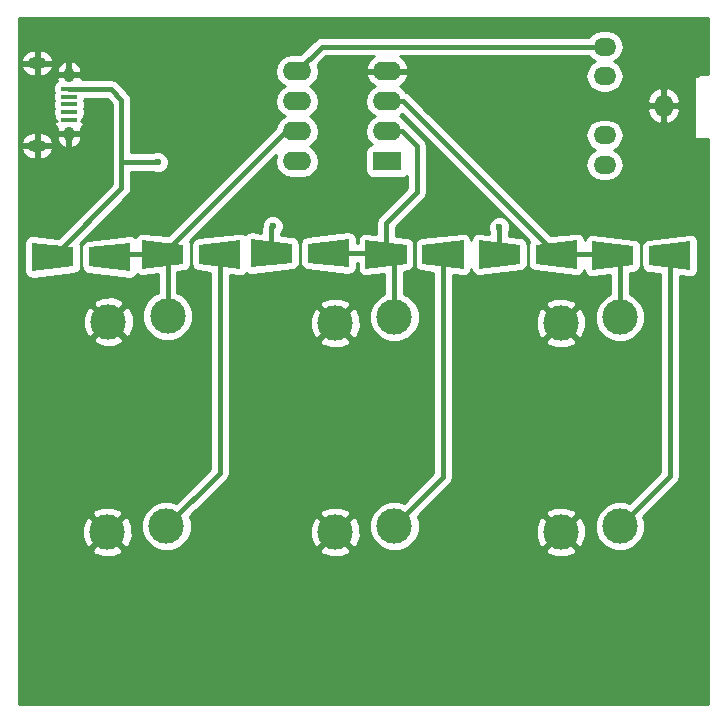
<source format=gtl>
G04 #@! TF.FileFunction,Copper,L1,Top,Signal*
%FSLAX46Y46*%
G04 Gerber Fmt 4.6, Leading zero omitted, Abs format (unit mm)*
G04 Created by KiCad (PCBNEW 4.0.6) date Sunday, July 23, 2017 'AMt' 01:12:39 AM*
%MOMM*%
%LPD*%
G01*
G04 APERTURE LIST*
%ADD10C,0.100000*%
%ADD11O,1.524000X1.900000*%
%ADD12O,1.900000X1.524000*%
%ADD13R,2.400000X1.600000*%
%ADD14O,2.400000X1.600000*%
%ADD15R,1.350000X0.400000*%
%ADD16O,0.950000X1.250000*%
%ADD17O,1.550000X1.000000*%
%ADD18C,3.000000*%
%ADD19C,0.600000*%
%ADD20C,0.400000*%
%ADD21C,0.254000*%
G04 APERTURE END LIST*
D10*
D11*
X165172000Y-79627000D03*
D12*
X160172000Y-82127000D03*
X160172000Y-77127000D03*
X160172000Y-84627000D03*
X160172000Y-74627000D03*
D13*
X141772000Y-84327000D03*
D14*
X134152000Y-76707000D03*
X141772000Y-81787000D03*
X134152000Y-79247000D03*
X141772000Y-79247000D03*
X134152000Y-81787000D03*
X141772000Y-76707000D03*
X134152000Y-84327000D03*
D15*
X114822000Y-78227000D03*
X114822000Y-78877000D03*
X114822000Y-79527000D03*
X114822000Y-80177000D03*
X114822000Y-80827000D03*
D16*
X114822000Y-77027000D03*
X114822000Y-82027000D03*
D17*
X112122000Y-76027000D03*
X112122000Y-83027000D03*
D18*
X118172000Y-97927000D03*
X123172000Y-97427000D03*
X118072000Y-115727000D03*
X123072000Y-115227000D03*
X137372000Y-98027000D03*
X142372000Y-97527000D03*
X137372000Y-115727000D03*
X142372000Y-115227000D03*
X156472000Y-98027000D03*
X161472000Y-97527000D03*
X156472000Y-115727000D03*
X161472000Y-115227000D03*
D10*
G36*
X111708940Y-93625880D02*
X111708940Y-91228120D01*
X115209060Y-91626900D01*
X115209060Y-93227100D01*
X111708940Y-93625880D01*
X111708940Y-93625880D01*
G37*
G36*
X120035060Y-91228120D02*
X120035060Y-93625880D01*
X116534940Y-93227100D01*
X116534940Y-91626900D01*
X120035060Y-91228120D01*
X120035060Y-91228120D01*
G37*
G36*
X129335060Y-91028120D02*
X129335060Y-93425880D01*
X125834940Y-93027100D01*
X125834940Y-91426900D01*
X129335060Y-91028120D01*
X129335060Y-91028120D01*
G37*
G36*
X121008940Y-93425880D02*
X121008940Y-91028120D01*
X124509060Y-91426900D01*
X124509060Y-93027100D01*
X121008940Y-93425880D01*
X121008940Y-93425880D01*
G37*
G36*
X130208940Y-93325880D02*
X130208940Y-90928120D01*
X133709060Y-91326900D01*
X133709060Y-92927100D01*
X130208940Y-93325880D01*
X130208940Y-93325880D01*
G37*
G36*
X138535060Y-90928120D02*
X138535060Y-93325880D01*
X135034940Y-92927100D01*
X135034940Y-91326900D01*
X138535060Y-90928120D01*
X138535060Y-90928120D01*
G37*
G36*
X139908940Y-93425880D02*
X139908940Y-91028120D01*
X143409060Y-91426900D01*
X143409060Y-93027100D01*
X139908940Y-93425880D01*
X139908940Y-93425880D01*
G37*
G36*
X148235060Y-91028120D02*
X148235060Y-93425880D01*
X144734940Y-93027100D01*
X144734940Y-91426900D01*
X148235060Y-91028120D01*
X148235060Y-91028120D01*
G37*
G36*
X149508940Y-93425880D02*
X149508940Y-91028120D01*
X153009060Y-91426900D01*
X153009060Y-93027100D01*
X149508940Y-93425880D01*
X149508940Y-93425880D01*
G37*
G36*
X157835060Y-91028120D02*
X157835060Y-93425880D01*
X154334940Y-93027100D01*
X154334940Y-91426900D01*
X157835060Y-91028120D01*
X157835060Y-91028120D01*
G37*
G36*
X159108940Y-93525880D02*
X159108940Y-91128120D01*
X162609060Y-91526900D01*
X162609060Y-93127100D01*
X159108940Y-93525880D01*
X159108940Y-93525880D01*
G37*
G36*
X167435060Y-91128120D02*
X167435060Y-93525880D01*
X163934940Y-93127100D01*
X163934940Y-91526900D01*
X167435060Y-91128120D01*
X167435060Y-91128120D01*
G37*
D19*
X132072000Y-89827000D03*
X151272000Y-89927000D03*
X122372000Y-84427000D03*
D20*
X131959000Y-89940000D02*
X131959000Y-92127000D01*
X132072000Y-89827000D02*
X131959000Y-89940000D01*
X151259000Y-89940000D02*
X151259000Y-92227000D01*
X151272000Y-89927000D02*
X151259000Y-89940000D01*
X122372000Y-84427000D02*
X119272000Y-84427000D01*
X114822000Y-78227000D02*
X118372000Y-78227000D01*
X118372000Y-78227000D02*
X119272000Y-79127000D01*
X119272000Y-79127000D02*
X119272000Y-84427000D01*
X119272000Y-86614000D02*
X113459000Y-92427000D01*
X119272000Y-84427000D02*
X119272000Y-86614000D01*
X134152000Y-81787000D02*
X133199000Y-81787000D01*
X133199000Y-81787000D02*
X122759000Y-92227000D01*
X123172000Y-97427000D02*
X123172000Y-92640000D01*
X123172000Y-92640000D02*
X122759000Y-92227000D01*
X122759000Y-92227000D02*
X118485000Y-92227000D01*
X118485000Y-92227000D02*
X118285000Y-92427000D01*
X127585000Y-92227000D02*
X127585000Y-110714000D01*
X127585000Y-110714000D02*
X123072000Y-115227000D01*
X141659000Y-92227000D02*
X141659000Y-89540000D01*
X143032000Y-81787000D02*
X141772000Y-81787000D01*
X144272000Y-83027000D02*
X143032000Y-81787000D01*
X144272000Y-86927000D02*
X144272000Y-83027000D01*
X141659000Y-89540000D02*
X144272000Y-86927000D01*
X136785000Y-92127000D02*
X141559000Y-92127000D01*
X141559000Y-92127000D02*
X142372000Y-92940000D01*
X142372000Y-92940000D02*
X142372000Y-97527000D01*
X146485000Y-92227000D02*
X146485000Y-111114000D01*
X146485000Y-111114000D02*
X142372000Y-115227000D01*
X161472000Y-97527000D02*
X161472000Y-92940000D01*
X161472000Y-92940000D02*
X160759000Y-92227000D01*
X160759000Y-92227000D02*
X156085000Y-92227000D01*
X156085000Y-92227000D02*
X143105000Y-79247000D01*
X143105000Y-79247000D02*
X141772000Y-79247000D01*
X165685000Y-92327000D02*
X165685000Y-111014000D01*
X165685000Y-111014000D02*
X161472000Y-115227000D01*
X160172000Y-74627000D02*
X136232000Y-74627000D01*
X136232000Y-74627000D02*
X134152000Y-76707000D01*
D21*
G36*
X168962000Y-76917000D02*
X168472000Y-76917000D01*
X168200295Y-76971046D01*
X168007301Y-77100000D01*
X167872000Y-77100000D01*
X167822590Y-77110006D01*
X167780965Y-77138447D01*
X167753685Y-77180841D01*
X167745000Y-77227000D01*
X167745000Y-82327000D01*
X167755006Y-82376410D01*
X167783447Y-82418035D01*
X167825841Y-82445315D01*
X167872000Y-82454000D01*
X168962000Y-82454000D01*
X168962000Y-130317000D01*
X110582000Y-130317000D01*
X110582000Y-117240970D01*
X116737635Y-117240970D01*
X116897418Y-117559739D01*
X117688187Y-117869723D01*
X118537387Y-117853497D01*
X119246582Y-117559739D01*
X119406365Y-117240970D01*
X118072000Y-115906605D01*
X116737635Y-117240970D01*
X110582000Y-117240970D01*
X110582000Y-115343187D01*
X115929277Y-115343187D01*
X115945503Y-116192387D01*
X116239261Y-116901582D01*
X116558030Y-117061365D01*
X117892395Y-115727000D01*
X118251605Y-115727000D01*
X119585970Y-117061365D01*
X119904739Y-116901582D01*
X120214723Y-116110813D01*
X120205915Y-115649815D01*
X120936630Y-115649815D01*
X121260980Y-116434800D01*
X121861041Y-117035909D01*
X122645459Y-117361628D01*
X123494815Y-117362370D01*
X123788624Y-117240970D01*
X136037635Y-117240970D01*
X136197418Y-117559739D01*
X136988187Y-117869723D01*
X137837387Y-117853497D01*
X138546582Y-117559739D01*
X138706365Y-117240970D01*
X137372000Y-115906605D01*
X136037635Y-117240970D01*
X123788624Y-117240970D01*
X124279800Y-117038020D01*
X124880909Y-116437959D01*
X125206628Y-115653541D01*
X125206899Y-115343187D01*
X135229277Y-115343187D01*
X135245503Y-116192387D01*
X135539261Y-116901582D01*
X135858030Y-117061365D01*
X137192395Y-115727000D01*
X137551605Y-115727000D01*
X138885970Y-117061365D01*
X139204739Y-116901582D01*
X139514723Y-116110813D01*
X139505915Y-115649815D01*
X140236630Y-115649815D01*
X140560980Y-116434800D01*
X141161041Y-117035909D01*
X141945459Y-117361628D01*
X142794815Y-117362370D01*
X143088624Y-117240970D01*
X155137635Y-117240970D01*
X155297418Y-117559739D01*
X156088187Y-117869723D01*
X156937387Y-117853497D01*
X157646582Y-117559739D01*
X157806365Y-117240970D01*
X156472000Y-115906605D01*
X155137635Y-117240970D01*
X143088624Y-117240970D01*
X143579800Y-117038020D01*
X144180909Y-116437959D01*
X144506628Y-115653541D01*
X144506899Y-115343187D01*
X154329277Y-115343187D01*
X154345503Y-116192387D01*
X154639261Y-116901582D01*
X154958030Y-117061365D01*
X156292395Y-115727000D01*
X156651605Y-115727000D01*
X157985970Y-117061365D01*
X158304739Y-116901582D01*
X158614723Y-116110813D01*
X158605915Y-115649815D01*
X159336630Y-115649815D01*
X159660980Y-116434800D01*
X160261041Y-117035909D01*
X161045459Y-117361628D01*
X161894815Y-117362370D01*
X162679800Y-117038020D01*
X163280909Y-116437959D01*
X163606628Y-115653541D01*
X163607370Y-114804185D01*
X163451914Y-114427954D01*
X166275434Y-111604434D01*
X166456440Y-111333540D01*
X166520000Y-111014000D01*
X166520000Y-94073253D01*
X167361769Y-94169158D01*
X167670377Y-94129042D01*
X167886501Y-93989970D01*
X168031491Y-93777770D01*
X168082500Y-93525880D01*
X168082500Y-91128120D01*
X168007707Y-90826037D01*
X167845063Y-90627045D01*
X167617815Y-90507009D01*
X167361769Y-90484842D01*
X163861649Y-90883622D01*
X163699623Y-90923738D01*
X163483499Y-91062810D01*
X163338509Y-91275010D01*
X163287500Y-91526900D01*
X163287500Y-93127100D01*
X163309017Y-93292626D01*
X163422730Y-93523104D01*
X163617152Y-93691183D01*
X163861649Y-93770378D01*
X164850000Y-93882984D01*
X164850000Y-110668132D01*
X162271072Y-113247060D01*
X161898541Y-113092372D01*
X161049185Y-113091630D01*
X160264200Y-113415980D01*
X159663091Y-114016041D01*
X159337372Y-114800459D01*
X159336630Y-115649815D01*
X158605915Y-115649815D01*
X158598497Y-115261613D01*
X158304739Y-114552418D01*
X157985970Y-114392635D01*
X156651605Y-115727000D01*
X156292395Y-115727000D01*
X154958030Y-114392635D01*
X154639261Y-114552418D01*
X154329277Y-115343187D01*
X144506899Y-115343187D01*
X144507370Y-114804185D01*
X144351914Y-114427954D01*
X144566838Y-114213030D01*
X155137635Y-114213030D01*
X156472000Y-115547395D01*
X157806365Y-114213030D01*
X157646582Y-113894261D01*
X156855813Y-113584277D01*
X156006613Y-113600503D01*
X155297418Y-113894261D01*
X155137635Y-114213030D01*
X144566838Y-114213030D01*
X147075434Y-111704434D01*
X147142252Y-111604434D01*
X147256439Y-111433541D01*
X147320000Y-111114000D01*
X147320000Y-99540970D01*
X155137635Y-99540970D01*
X155297418Y-99859739D01*
X156088187Y-100169723D01*
X156937387Y-100153497D01*
X157646582Y-99859739D01*
X157806365Y-99540970D01*
X156472000Y-98206605D01*
X155137635Y-99540970D01*
X147320000Y-99540970D01*
X147320000Y-97643187D01*
X154329277Y-97643187D01*
X154345503Y-98492387D01*
X154639261Y-99201582D01*
X154958030Y-99361365D01*
X156292395Y-98027000D01*
X156651605Y-98027000D01*
X157985970Y-99361365D01*
X158304739Y-99201582D01*
X158614723Y-98410813D01*
X158598497Y-97561613D01*
X158304739Y-96852418D01*
X157985970Y-96692635D01*
X156651605Y-98027000D01*
X156292395Y-98027000D01*
X154958030Y-96692635D01*
X154639261Y-96852418D01*
X154329277Y-97643187D01*
X147320000Y-97643187D01*
X147320000Y-96513030D01*
X155137635Y-96513030D01*
X156472000Y-97847395D01*
X157806365Y-96513030D01*
X157646582Y-96194261D01*
X156855813Y-95884277D01*
X156006613Y-95900503D01*
X155297418Y-96194261D01*
X155137635Y-96513030D01*
X147320000Y-96513030D01*
X147320000Y-93973253D01*
X148161769Y-94069158D01*
X148470377Y-94029042D01*
X148686501Y-93889970D01*
X148831491Y-93677770D01*
X148873052Y-93472537D01*
X148936293Y-93727963D01*
X149098937Y-93926955D01*
X149326185Y-94046991D01*
X149582231Y-94069158D01*
X153082351Y-93670378D01*
X153244377Y-93630262D01*
X153460501Y-93491190D01*
X153605491Y-93278990D01*
X153656500Y-93027100D01*
X153656500Y-91426900D01*
X153634983Y-91261374D01*
X153521270Y-91030896D01*
X153326848Y-90862817D01*
X153082351Y-90783622D01*
X152094000Y-90671016D01*
X152094000Y-90385542D01*
X152206838Y-90113799D01*
X152207162Y-89741833D01*
X152065117Y-89398057D01*
X151802327Y-89134808D01*
X151458799Y-88992162D01*
X151086833Y-88991838D01*
X150743057Y-89133883D01*
X150479808Y-89396673D01*
X150337162Y-89740201D01*
X150336838Y-90112167D01*
X150424000Y-90323116D01*
X150424000Y-90480747D01*
X149582231Y-90384842D01*
X149273623Y-90424958D01*
X149057499Y-90564030D01*
X148912509Y-90776230D01*
X148870948Y-90981463D01*
X148807707Y-90726037D01*
X148645063Y-90527045D01*
X148417815Y-90407009D01*
X148161769Y-90384842D01*
X144661649Y-90783622D01*
X144499623Y-90823738D01*
X144283499Y-90962810D01*
X144138509Y-91175010D01*
X144087500Y-91426900D01*
X144087500Y-93027100D01*
X144109017Y-93192626D01*
X144222730Y-93423104D01*
X144417152Y-93591183D01*
X144661649Y-93670378D01*
X145650000Y-93782984D01*
X145650000Y-110768132D01*
X143171072Y-113247060D01*
X142798541Y-113092372D01*
X141949185Y-113091630D01*
X141164200Y-113415980D01*
X140563091Y-114016041D01*
X140237372Y-114800459D01*
X140236630Y-115649815D01*
X139505915Y-115649815D01*
X139498497Y-115261613D01*
X139204739Y-114552418D01*
X138885970Y-114392635D01*
X137551605Y-115727000D01*
X137192395Y-115727000D01*
X135858030Y-114392635D01*
X135539261Y-114552418D01*
X135229277Y-115343187D01*
X125206899Y-115343187D01*
X125207370Y-114804185D01*
X125051914Y-114427954D01*
X125266838Y-114213030D01*
X136037635Y-114213030D01*
X137372000Y-115547395D01*
X138706365Y-114213030D01*
X138546582Y-113894261D01*
X137755813Y-113584277D01*
X136906613Y-113600503D01*
X136197418Y-113894261D01*
X136037635Y-114213030D01*
X125266838Y-114213030D01*
X128175434Y-111304434D01*
X128302678Y-111114000D01*
X128356439Y-111033541D01*
X128420000Y-110714000D01*
X128420000Y-99540970D01*
X136037635Y-99540970D01*
X136197418Y-99859739D01*
X136988187Y-100169723D01*
X137837387Y-100153497D01*
X138546582Y-99859739D01*
X138706365Y-99540970D01*
X137372000Y-98206605D01*
X136037635Y-99540970D01*
X128420000Y-99540970D01*
X128420000Y-97643187D01*
X135229277Y-97643187D01*
X135245503Y-98492387D01*
X135539261Y-99201582D01*
X135858030Y-99361365D01*
X137192395Y-98027000D01*
X137551605Y-98027000D01*
X138885970Y-99361365D01*
X139204739Y-99201582D01*
X139514723Y-98410813D01*
X139498497Y-97561613D01*
X139204739Y-96852418D01*
X138885970Y-96692635D01*
X137551605Y-98027000D01*
X137192395Y-98027000D01*
X135858030Y-96692635D01*
X135539261Y-96852418D01*
X135229277Y-97643187D01*
X128420000Y-97643187D01*
X128420000Y-96513030D01*
X136037635Y-96513030D01*
X137372000Y-97847395D01*
X138706365Y-96513030D01*
X138546582Y-96194261D01*
X137755813Y-95884277D01*
X136906613Y-95900503D01*
X136197418Y-96194261D01*
X136037635Y-96513030D01*
X128420000Y-96513030D01*
X128420000Y-93973253D01*
X129261769Y-94069158D01*
X129570377Y-94029042D01*
X129786501Y-93889970D01*
X129821437Y-93838840D01*
X130026185Y-93946991D01*
X130282231Y-93969158D01*
X133782351Y-93570378D01*
X133944377Y-93530262D01*
X134160501Y-93391190D01*
X134305491Y-93178990D01*
X134356500Y-92927100D01*
X134356500Y-91326900D01*
X134387500Y-91326900D01*
X134387500Y-92927100D01*
X134409017Y-93092626D01*
X134522730Y-93323104D01*
X134717152Y-93491183D01*
X134961649Y-93570378D01*
X138461769Y-93969158D01*
X138770377Y-93929042D01*
X138986501Y-93789970D01*
X139131491Y-93577770D01*
X139182500Y-93325880D01*
X139182500Y-92962000D01*
X139261500Y-92962000D01*
X139261500Y-93425880D01*
X139336293Y-93727963D01*
X139498937Y-93926955D01*
X139726185Y-94046991D01*
X139982231Y-94069158D01*
X141537000Y-93892018D01*
X141537000Y-95561942D01*
X141164200Y-95715980D01*
X140563091Y-96316041D01*
X140237372Y-97100459D01*
X140236630Y-97949815D01*
X140560980Y-98734800D01*
X141161041Y-99335909D01*
X141945459Y-99661628D01*
X142794815Y-99662370D01*
X143579800Y-99338020D01*
X144180909Y-98737959D01*
X144506628Y-97953541D01*
X144507370Y-97104185D01*
X144183020Y-96319200D01*
X143582959Y-95718091D01*
X143207000Y-95561979D01*
X143207000Y-93701750D01*
X143482351Y-93670378D01*
X143644377Y-93630262D01*
X143860501Y-93491190D01*
X144005491Y-93278990D01*
X144056500Y-93027100D01*
X144056500Y-91426900D01*
X144034983Y-91261374D01*
X143921270Y-91030896D01*
X143726848Y-90862817D01*
X143482351Y-90783622D01*
X142494000Y-90671016D01*
X142494000Y-89885868D01*
X144862434Y-87517434D01*
X144950630Y-87385439D01*
X145043439Y-87246541D01*
X145107000Y-86927000D01*
X145107000Y-83027000D01*
X145043439Y-82707459D01*
X144862434Y-82436566D01*
X143622434Y-81196566D01*
X143456586Y-81085750D01*
X143412328Y-81056177D01*
X143222648Y-80772302D01*
X142840562Y-80517000D01*
X143052512Y-80375380D01*
X153784635Y-91107503D01*
X153738509Y-91175010D01*
X153687500Y-91426900D01*
X153687500Y-93027100D01*
X153709017Y-93192626D01*
X153822730Y-93423104D01*
X154017152Y-93591183D01*
X154261649Y-93670378D01*
X157761769Y-94069158D01*
X158070377Y-94029042D01*
X158286501Y-93889970D01*
X158431491Y-93677770D01*
X158461912Y-93527545D01*
X158536293Y-93827963D01*
X158698937Y-94026955D01*
X158926185Y-94146991D01*
X159182231Y-94169158D01*
X160637000Y-94003411D01*
X160637000Y-95561942D01*
X160264200Y-95715980D01*
X159663091Y-96316041D01*
X159337372Y-97100459D01*
X159336630Y-97949815D01*
X159660980Y-98734800D01*
X160261041Y-99335909D01*
X161045459Y-99661628D01*
X161894815Y-99662370D01*
X162679800Y-99338020D01*
X163280909Y-98737959D01*
X163606628Y-97953541D01*
X163607370Y-97104185D01*
X163283020Y-96319200D01*
X162682959Y-95718091D01*
X162307000Y-95561979D01*
X162307000Y-93813143D01*
X162682351Y-93770378D01*
X162844377Y-93730262D01*
X163060501Y-93591190D01*
X163205491Y-93378990D01*
X163256500Y-93127100D01*
X163256500Y-91526900D01*
X163234983Y-91361374D01*
X163121270Y-91130896D01*
X162926848Y-90962817D01*
X162682351Y-90883622D01*
X159182231Y-90484842D01*
X158873623Y-90524958D01*
X158657499Y-90664030D01*
X158512509Y-90876230D01*
X158482088Y-91026455D01*
X158407707Y-90726037D01*
X158245063Y-90527045D01*
X158017815Y-90407009D01*
X157761769Y-90384842D01*
X155662847Y-90623979D01*
X147165868Y-82127000D01*
X158555948Y-82127000D01*
X158662288Y-82661609D01*
X158965120Y-83114828D01*
X159357487Y-83377000D01*
X158965120Y-83639172D01*
X158662288Y-84092391D01*
X158555948Y-84627000D01*
X158662288Y-85161609D01*
X158965120Y-85614828D01*
X159418339Y-85917660D01*
X159952948Y-86024000D01*
X160391052Y-86024000D01*
X160925661Y-85917660D01*
X161378880Y-85614828D01*
X161681712Y-85161609D01*
X161788052Y-84627000D01*
X161681712Y-84092391D01*
X161378880Y-83639172D01*
X160986513Y-83377000D01*
X161378880Y-83114828D01*
X161681712Y-82661609D01*
X161788052Y-82127000D01*
X161681712Y-81592391D01*
X161378880Y-81139172D01*
X160925661Y-80836340D01*
X160391052Y-80730000D01*
X159952948Y-80730000D01*
X159418339Y-80836340D01*
X158965120Y-81139172D01*
X158662288Y-81592391D01*
X158555948Y-82127000D01*
X147165868Y-82127000D01*
X145012591Y-79973723D01*
X163779926Y-79973723D01*
X163946632Y-80494365D01*
X164299889Y-80911579D01*
X164785917Y-81161849D01*
X164828930Y-81169220D01*
X165045000Y-81046720D01*
X165045000Y-79754000D01*
X165299000Y-79754000D01*
X165299000Y-81046720D01*
X165515070Y-81169220D01*
X165558083Y-81161849D01*
X166044111Y-80911579D01*
X166397368Y-80494365D01*
X166564074Y-79973723D01*
X166413015Y-79754000D01*
X165299000Y-79754000D01*
X165045000Y-79754000D01*
X163930985Y-79754000D01*
X163779926Y-79973723D01*
X145012591Y-79973723D01*
X144319145Y-79280277D01*
X163779926Y-79280277D01*
X163930985Y-79500000D01*
X165045000Y-79500000D01*
X165045000Y-78207280D01*
X165299000Y-78207280D01*
X165299000Y-79500000D01*
X166413015Y-79500000D01*
X166564074Y-79280277D01*
X166397368Y-78759635D01*
X166044111Y-78342421D01*
X165558083Y-78092151D01*
X165515070Y-78084780D01*
X165299000Y-78207280D01*
X165045000Y-78207280D01*
X164828930Y-78084780D01*
X164785917Y-78092151D01*
X164299889Y-78342421D01*
X163946632Y-78759635D01*
X163779926Y-79280277D01*
X144319145Y-79280277D01*
X143695434Y-78656566D01*
X143424541Y-78475561D01*
X143379157Y-78466533D01*
X143222648Y-78232302D01*
X142844293Y-77979493D01*
X143276500Y-77631896D01*
X143546367Y-77138819D01*
X143563904Y-77056039D01*
X143441915Y-76834000D01*
X141899000Y-76834000D01*
X141899000Y-76854000D01*
X141645000Y-76854000D01*
X141645000Y-76834000D01*
X140102085Y-76834000D01*
X139980096Y-77056039D01*
X139997633Y-77138819D01*
X140267500Y-77631896D01*
X140699707Y-77979493D01*
X140321352Y-78232302D01*
X140010283Y-78697849D01*
X139901050Y-79247000D01*
X140010283Y-79796151D01*
X140321352Y-80261698D01*
X140703438Y-80517000D01*
X140321352Y-80772302D01*
X140010283Y-81237849D01*
X139901050Y-81787000D01*
X140010283Y-82336151D01*
X140321352Y-82801698D01*
X140467350Y-82899251D01*
X140336683Y-82923838D01*
X140120559Y-83062910D01*
X139975569Y-83275110D01*
X139924560Y-83527000D01*
X139924560Y-85127000D01*
X139968838Y-85362317D01*
X140107910Y-85578441D01*
X140320110Y-85723431D01*
X140572000Y-85774440D01*
X142972000Y-85774440D01*
X143207317Y-85730162D01*
X143423441Y-85591090D01*
X143437000Y-85571246D01*
X143437000Y-86581132D01*
X141068566Y-88949566D01*
X140887561Y-89220459D01*
X140824000Y-89540000D01*
X140824000Y-90480747D01*
X139982231Y-90384842D01*
X139673623Y-90424958D01*
X139457499Y-90564030D01*
X139312509Y-90776230D01*
X139261500Y-91028120D01*
X139261500Y-91292000D01*
X139182500Y-91292000D01*
X139182500Y-90928120D01*
X139107707Y-90626037D01*
X138945063Y-90427045D01*
X138717815Y-90307009D01*
X138461769Y-90284842D01*
X134961649Y-90683622D01*
X134799623Y-90723738D01*
X134583499Y-90862810D01*
X134438509Y-91075010D01*
X134387500Y-91326900D01*
X134356500Y-91326900D01*
X134334983Y-91161374D01*
X134221270Y-90930896D01*
X134026848Y-90762817D01*
X133782351Y-90683622D01*
X132794000Y-90571016D01*
X132794000Y-90427397D01*
X132864192Y-90357327D01*
X133006838Y-90013799D01*
X133007162Y-89641833D01*
X132865117Y-89298057D01*
X132602327Y-89034808D01*
X132258799Y-88892162D01*
X131886833Y-88891838D01*
X131543057Y-89033883D01*
X131279808Y-89296673D01*
X131137162Y-89640201D01*
X131136958Y-89874858D01*
X131124000Y-89940000D01*
X131124000Y-90380747D01*
X130282231Y-90284842D01*
X129973623Y-90324958D01*
X129757499Y-90464030D01*
X129722563Y-90515160D01*
X129517815Y-90407009D01*
X129261769Y-90384842D01*
X125761649Y-90783622D01*
X125599623Y-90823738D01*
X125383499Y-90962810D01*
X125238509Y-91175010D01*
X125187500Y-91426900D01*
X125187500Y-93027100D01*
X125209017Y-93192626D01*
X125322730Y-93423104D01*
X125517152Y-93591183D01*
X125761649Y-93670378D01*
X126750000Y-93782984D01*
X126750000Y-110368132D01*
X123871072Y-113247060D01*
X123498541Y-113092372D01*
X122649185Y-113091630D01*
X121864200Y-113415980D01*
X121263091Y-114016041D01*
X120937372Y-114800459D01*
X120936630Y-115649815D01*
X120205915Y-115649815D01*
X120198497Y-115261613D01*
X119904739Y-114552418D01*
X119585970Y-114392635D01*
X118251605Y-115727000D01*
X117892395Y-115727000D01*
X116558030Y-114392635D01*
X116239261Y-114552418D01*
X115929277Y-115343187D01*
X110582000Y-115343187D01*
X110582000Y-114213030D01*
X116737635Y-114213030D01*
X118072000Y-115547395D01*
X119406365Y-114213030D01*
X119246582Y-113894261D01*
X118455813Y-113584277D01*
X117606613Y-113600503D01*
X116897418Y-113894261D01*
X116737635Y-114213030D01*
X110582000Y-114213030D01*
X110582000Y-99440970D01*
X116837635Y-99440970D01*
X116997418Y-99759739D01*
X117788187Y-100069723D01*
X118637387Y-100053497D01*
X119346582Y-99759739D01*
X119506365Y-99440970D01*
X118172000Y-98106605D01*
X116837635Y-99440970D01*
X110582000Y-99440970D01*
X110582000Y-97543187D01*
X116029277Y-97543187D01*
X116045503Y-98392387D01*
X116339261Y-99101582D01*
X116658030Y-99261365D01*
X117992395Y-97927000D01*
X118351605Y-97927000D01*
X119685970Y-99261365D01*
X120004739Y-99101582D01*
X120314723Y-98310813D01*
X120298497Y-97461613D01*
X120004739Y-96752418D01*
X119685970Y-96592635D01*
X118351605Y-97927000D01*
X117992395Y-97927000D01*
X116658030Y-96592635D01*
X116339261Y-96752418D01*
X116029277Y-97543187D01*
X110582000Y-97543187D01*
X110582000Y-96413030D01*
X116837635Y-96413030D01*
X118172000Y-97747395D01*
X119506365Y-96413030D01*
X119346582Y-96094261D01*
X118555813Y-95784277D01*
X117706613Y-95800503D01*
X116997418Y-96094261D01*
X116837635Y-96413030D01*
X110582000Y-96413030D01*
X110582000Y-91228120D01*
X111061500Y-91228120D01*
X111061500Y-93625880D01*
X111136293Y-93927963D01*
X111298937Y-94126955D01*
X111526185Y-94246991D01*
X111782231Y-94269158D01*
X115282351Y-93870378D01*
X115444377Y-93830262D01*
X115660501Y-93691190D01*
X115805491Y-93478990D01*
X115856500Y-93227100D01*
X115856500Y-91626900D01*
X115887500Y-91626900D01*
X115887500Y-93227100D01*
X115909017Y-93392626D01*
X116022730Y-93623104D01*
X116217152Y-93791183D01*
X116461649Y-93870378D01*
X119961769Y-94269158D01*
X120270377Y-94229042D01*
X120486501Y-94089970D01*
X120598364Y-93926254D01*
X120598937Y-93926955D01*
X120826185Y-94046991D01*
X121082231Y-94069158D01*
X122337000Y-93926198D01*
X122337000Y-95461942D01*
X121964200Y-95615980D01*
X121363091Y-96216041D01*
X121037372Y-97000459D01*
X121036630Y-97849815D01*
X121360980Y-98634800D01*
X121961041Y-99235909D01*
X122745459Y-99561628D01*
X123594815Y-99562370D01*
X124379800Y-99238020D01*
X124980909Y-98637959D01*
X125306628Y-97853541D01*
X125307370Y-97004185D01*
X124983020Y-96219200D01*
X124382959Y-95618091D01*
X124007000Y-95461979D01*
X124007000Y-93735930D01*
X124582351Y-93670378D01*
X124744377Y-93630262D01*
X124960501Y-93491190D01*
X125105491Y-93278990D01*
X125156500Y-93027100D01*
X125156500Y-91426900D01*
X125134983Y-91261374D01*
X125059165Y-91107703D01*
X132392828Y-83774040D01*
X132390283Y-83777849D01*
X132281050Y-84327000D01*
X132390283Y-84876151D01*
X132701352Y-85341698D01*
X133166899Y-85652767D01*
X133716050Y-85762000D01*
X134587950Y-85762000D01*
X135137101Y-85652767D01*
X135602648Y-85341698D01*
X135913717Y-84876151D01*
X136022950Y-84327000D01*
X135913717Y-83777849D01*
X135602648Y-83312302D01*
X135220562Y-83057000D01*
X135602648Y-82801698D01*
X135913717Y-82336151D01*
X136022950Y-81787000D01*
X135913717Y-81237849D01*
X135602648Y-80772302D01*
X135220562Y-80517000D01*
X135602648Y-80261698D01*
X135913717Y-79796151D01*
X136022950Y-79247000D01*
X135913717Y-78697849D01*
X135602648Y-78232302D01*
X135220562Y-77977000D01*
X135602648Y-77721698D01*
X135913717Y-77256151D01*
X136022950Y-76707000D01*
X135913717Y-76157849D01*
X135901021Y-76138847D01*
X136577868Y-75462000D01*
X140665521Y-75462000D01*
X140267500Y-75782104D01*
X139997633Y-76275181D01*
X139980096Y-76357961D01*
X140102085Y-76580000D01*
X141645000Y-76580000D01*
X141645000Y-76560000D01*
X141899000Y-76560000D01*
X141899000Y-76580000D01*
X143441915Y-76580000D01*
X143563904Y-76357961D01*
X143546367Y-76275181D01*
X143276500Y-75782104D01*
X142878479Y-75462000D01*
X158863003Y-75462000D01*
X158965120Y-75614828D01*
X159357487Y-75877000D01*
X158965120Y-76139172D01*
X158662288Y-76592391D01*
X158555948Y-77127000D01*
X158662288Y-77661609D01*
X158965120Y-78114828D01*
X159418339Y-78417660D01*
X159952948Y-78524000D01*
X160391052Y-78524000D01*
X160925661Y-78417660D01*
X161378880Y-78114828D01*
X161681712Y-77661609D01*
X161788052Y-77127000D01*
X161681712Y-76592391D01*
X161378880Y-76139172D01*
X160986513Y-75877000D01*
X161378880Y-75614828D01*
X161681712Y-75161609D01*
X161788052Y-74627000D01*
X161681712Y-74092391D01*
X161378880Y-73639172D01*
X160925661Y-73336340D01*
X160391052Y-73230000D01*
X159952948Y-73230000D01*
X159418339Y-73336340D01*
X158965120Y-73639172D01*
X158863003Y-73792000D01*
X136232000Y-73792000D01*
X135912459Y-73855561D01*
X135641566Y-74036566D01*
X134406132Y-75272000D01*
X133716050Y-75272000D01*
X133166899Y-75381233D01*
X132701352Y-75692302D01*
X132390283Y-76157849D01*
X132281050Y-76707000D01*
X132390283Y-77256151D01*
X132701352Y-77721698D01*
X133083438Y-77977000D01*
X132701352Y-78232302D01*
X132390283Y-78697849D01*
X132281050Y-79247000D01*
X132390283Y-79796151D01*
X132701352Y-80261698D01*
X133083438Y-80517000D01*
X132701352Y-80772302D01*
X132390283Y-81237849D01*
X132346333Y-81458799D01*
X123181153Y-90623979D01*
X121082231Y-90384842D01*
X120773623Y-90424958D01*
X120557499Y-90564030D01*
X120445636Y-90727746D01*
X120445063Y-90727045D01*
X120217815Y-90607009D01*
X119961769Y-90584842D01*
X116461649Y-90983622D01*
X116299623Y-91023738D01*
X116083499Y-91162810D01*
X115938509Y-91375010D01*
X115887500Y-91626900D01*
X115856500Y-91626900D01*
X115834983Y-91461374D01*
X115759165Y-91307703D01*
X119862434Y-87204434D01*
X120043439Y-86933541D01*
X120107000Y-86614000D01*
X120107000Y-85262000D01*
X121944766Y-85262000D01*
X122185201Y-85361838D01*
X122557167Y-85362162D01*
X122900943Y-85220117D01*
X123164192Y-84957327D01*
X123306838Y-84613799D01*
X123307162Y-84241833D01*
X123165117Y-83898057D01*
X122902327Y-83634808D01*
X122558799Y-83492162D01*
X122186833Y-83491838D01*
X121944422Y-83592000D01*
X120107000Y-83592000D01*
X120107000Y-79127000D01*
X120043439Y-78807459D01*
X119862434Y-78536566D01*
X118962434Y-77636566D01*
X118948117Y-77627000D01*
X118691541Y-77455561D01*
X118372000Y-77392000D01*
X115901157Y-77392000D01*
X115923229Y-77328131D01*
X115774563Y-77154000D01*
X114949000Y-77154000D01*
X114949000Y-77174000D01*
X114695000Y-77174000D01*
X114695000Y-77154000D01*
X113869437Y-77154000D01*
X113720771Y-77328131D01*
X113782560Y-77506926D01*
X113695559Y-77562910D01*
X113550569Y-77775110D01*
X113499560Y-78027000D01*
X113499560Y-78427000D01*
X113523944Y-78556589D01*
X113499560Y-78677000D01*
X113499560Y-79077000D01*
X113523944Y-79206589D01*
X113499560Y-79327000D01*
X113499560Y-79727000D01*
X113523944Y-79856589D01*
X113499560Y-79977000D01*
X113499560Y-80377000D01*
X113519450Y-80482705D01*
X113512000Y-80500690D01*
X113512000Y-80568250D01*
X113541004Y-80597254D01*
X113543838Y-80612317D01*
X113682910Y-80828441D01*
X113827156Y-80927000D01*
X113670750Y-80927000D01*
X113512000Y-81085750D01*
X113512000Y-81153310D01*
X113608673Y-81386699D01*
X113779090Y-81557115D01*
X113720771Y-81725869D01*
X113869437Y-81900000D01*
X114695000Y-81900000D01*
X114695000Y-81880000D01*
X114949000Y-81880000D01*
X114949000Y-81900000D01*
X115774563Y-81900000D01*
X115923229Y-81725869D01*
X115864910Y-81557115D01*
X116035327Y-81386699D01*
X116132000Y-81153310D01*
X116132000Y-81085750D01*
X115973250Y-80927000D01*
X115814933Y-80927000D01*
X115948441Y-80841090D01*
X116093431Y-80628890D01*
X116099035Y-80601215D01*
X116132000Y-80568250D01*
X116132000Y-80500690D01*
X116123532Y-80480247D01*
X116144440Y-80377000D01*
X116144440Y-79977000D01*
X116120056Y-79847411D01*
X116144440Y-79727000D01*
X116144440Y-79327000D01*
X116120056Y-79197411D01*
X116144440Y-79077000D01*
X116144440Y-79062000D01*
X118026132Y-79062000D01*
X118437000Y-79472868D01*
X118437000Y-86268132D01*
X113881153Y-90823979D01*
X111782231Y-90584842D01*
X111473623Y-90624958D01*
X111257499Y-90764030D01*
X111112509Y-90976230D01*
X111061500Y-91228120D01*
X110582000Y-91228120D01*
X110582000Y-83328874D01*
X110752881Y-83328874D01*
X110954632Y-83739763D01*
X111295322Y-84027002D01*
X111720000Y-84162000D01*
X111995000Y-84162000D01*
X111995000Y-83154000D01*
X112249000Y-83154000D01*
X112249000Y-84162000D01*
X112524000Y-84162000D01*
X112948678Y-84027002D01*
X113289368Y-83739763D01*
X113491119Y-83328874D01*
X113364954Y-83154000D01*
X112249000Y-83154000D01*
X111995000Y-83154000D01*
X110879046Y-83154000D01*
X110752881Y-83328874D01*
X110582000Y-83328874D01*
X110582000Y-82725126D01*
X110752881Y-82725126D01*
X110879046Y-82900000D01*
X111995000Y-82900000D01*
X111995000Y-81892000D01*
X112249000Y-81892000D01*
X112249000Y-82900000D01*
X113364954Y-82900000D01*
X113491119Y-82725126D01*
X113296191Y-82328131D01*
X113720771Y-82328131D01*
X113862432Y-82738049D01*
X114150179Y-83062552D01*
X114524062Y-83246268D01*
X114695000Y-83119734D01*
X114695000Y-82154000D01*
X114949000Y-82154000D01*
X114949000Y-83119734D01*
X115119938Y-83246268D01*
X115493821Y-83062552D01*
X115781568Y-82738049D01*
X115923229Y-82328131D01*
X115774563Y-82154000D01*
X114949000Y-82154000D01*
X114695000Y-82154000D01*
X113869437Y-82154000D01*
X113720771Y-82328131D01*
X113296191Y-82328131D01*
X113289368Y-82314237D01*
X112948678Y-82026998D01*
X112524000Y-81892000D01*
X112249000Y-81892000D01*
X111995000Y-81892000D01*
X111720000Y-81892000D01*
X111295322Y-82026998D01*
X110954632Y-82314237D01*
X110752881Y-82725126D01*
X110582000Y-82725126D01*
X110582000Y-76328874D01*
X110752881Y-76328874D01*
X110954632Y-76739763D01*
X111295322Y-77027002D01*
X111720000Y-77162000D01*
X111995000Y-77162000D01*
X111995000Y-76154000D01*
X112249000Y-76154000D01*
X112249000Y-77162000D01*
X112524000Y-77162000D01*
X112948678Y-77027002D01*
X113289368Y-76739763D01*
X113296190Y-76725869D01*
X113720771Y-76725869D01*
X113869437Y-76900000D01*
X114695000Y-76900000D01*
X114695000Y-75934266D01*
X114949000Y-75934266D01*
X114949000Y-76900000D01*
X115774563Y-76900000D01*
X115923229Y-76725869D01*
X115781568Y-76315951D01*
X115493821Y-75991448D01*
X115119938Y-75807732D01*
X114949000Y-75934266D01*
X114695000Y-75934266D01*
X114524062Y-75807732D01*
X114150179Y-75991448D01*
X113862432Y-76315951D01*
X113720771Y-76725869D01*
X113296190Y-76725869D01*
X113491119Y-76328874D01*
X113364954Y-76154000D01*
X112249000Y-76154000D01*
X111995000Y-76154000D01*
X110879046Y-76154000D01*
X110752881Y-76328874D01*
X110582000Y-76328874D01*
X110582000Y-75725126D01*
X110752881Y-75725126D01*
X110879046Y-75900000D01*
X111995000Y-75900000D01*
X111995000Y-74892000D01*
X112249000Y-74892000D01*
X112249000Y-75900000D01*
X113364954Y-75900000D01*
X113491119Y-75725126D01*
X113289368Y-75314237D01*
X112948678Y-75026998D01*
X112524000Y-74892000D01*
X112249000Y-74892000D01*
X111995000Y-74892000D01*
X111720000Y-74892000D01*
X111295322Y-75026998D01*
X110954632Y-75314237D01*
X110752881Y-75725126D01*
X110582000Y-75725126D01*
X110582000Y-72237000D01*
X168962000Y-72237000D01*
X168962000Y-76917000D01*
X168962000Y-76917000D01*
G37*
X168962000Y-76917000D02*
X168472000Y-76917000D01*
X168200295Y-76971046D01*
X168007301Y-77100000D01*
X167872000Y-77100000D01*
X167822590Y-77110006D01*
X167780965Y-77138447D01*
X167753685Y-77180841D01*
X167745000Y-77227000D01*
X167745000Y-82327000D01*
X167755006Y-82376410D01*
X167783447Y-82418035D01*
X167825841Y-82445315D01*
X167872000Y-82454000D01*
X168962000Y-82454000D01*
X168962000Y-130317000D01*
X110582000Y-130317000D01*
X110582000Y-117240970D01*
X116737635Y-117240970D01*
X116897418Y-117559739D01*
X117688187Y-117869723D01*
X118537387Y-117853497D01*
X119246582Y-117559739D01*
X119406365Y-117240970D01*
X118072000Y-115906605D01*
X116737635Y-117240970D01*
X110582000Y-117240970D01*
X110582000Y-115343187D01*
X115929277Y-115343187D01*
X115945503Y-116192387D01*
X116239261Y-116901582D01*
X116558030Y-117061365D01*
X117892395Y-115727000D01*
X118251605Y-115727000D01*
X119585970Y-117061365D01*
X119904739Y-116901582D01*
X120214723Y-116110813D01*
X120205915Y-115649815D01*
X120936630Y-115649815D01*
X121260980Y-116434800D01*
X121861041Y-117035909D01*
X122645459Y-117361628D01*
X123494815Y-117362370D01*
X123788624Y-117240970D01*
X136037635Y-117240970D01*
X136197418Y-117559739D01*
X136988187Y-117869723D01*
X137837387Y-117853497D01*
X138546582Y-117559739D01*
X138706365Y-117240970D01*
X137372000Y-115906605D01*
X136037635Y-117240970D01*
X123788624Y-117240970D01*
X124279800Y-117038020D01*
X124880909Y-116437959D01*
X125206628Y-115653541D01*
X125206899Y-115343187D01*
X135229277Y-115343187D01*
X135245503Y-116192387D01*
X135539261Y-116901582D01*
X135858030Y-117061365D01*
X137192395Y-115727000D01*
X137551605Y-115727000D01*
X138885970Y-117061365D01*
X139204739Y-116901582D01*
X139514723Y-116110813D01*
X139505915Y-115649815D01*
X140236630Y-115649815D01*
X140560980Y-116434800D01*
X141161041Y-117035909D01*
X141945459Y-117361628D01*
X142794815Y-117362370D01*
X143088624Y-117240970D01*
X155137635Y-117240970D01*
X155297418Y-117559739D01*
X156088187Y-117869723D01*
X156937387Y-117853497D01*
X157646582Y-117559739D01*
X157806365Y-117240970D01*
X156472000Y-115906605D01*
X155137635Y-117240970D01*
X143088624Y-117240970D01*
X143579800Y-117038020D01*
X144180909Y-116437959D01*
X144506628Y-115653541D01*
X144506899Y-115343187D01*
X154329277Y-115343187D01*
X154345503Y-116192387D01*
X154639261Y-116901582D01*
X154958030Y-117061365D01*
X156292395Y-115727000D01*
X156651605Y-115727000D01*
X157985970Y-117061365D01*
X158304739Y-116901582D01*
X158614723Y-116110813D01*
X158605915Y-115649815D01*
X159336630Y-115649815D01*
X159660980Y-116434800D01*
X160261041Y-117035909D01*
X161045459Y-117361628D01*
X161894815Y-117362370D01*
X162679800Y-117038020D01*
X163280909Y-116437959D01*
X163606628Y-115653541D01*
X163607370Y-114804185D01*
X163451914Y-114427954D01*
X166275434Y-111604434D01*
X166456440Y-111333540D01*
X166520000Y-111014000D01*
X166520000Y-94073253D01*
X167361769Y-94169158D01*
X167670377Y-94129042D01*
X167886501Y-93989970D01*
X168031491Y-93777770D01*
X168082500Y-93525880D01*
X168082500Y-91128120D01*
X168007707Y-90826037D01*
X167845063Y-90627045D01*
X167617815Y-90507009D01*
X167361769Y-90484842D01*
X163861649Y-90883622D01*
X163699623Y-90923738D01*
X163483499Y-91062810D01*
X163338509Y-91275010D01*
X163287500Y-91526900D01*
X163287500Y-93127100D01*
X163309017Y-93292626D01*
X163422730Y-93523104D01*
X163617152Y-93691183D01*
X163861649Y-93770378D01*
X164850000Y-93882984D01*
X164850000Y-110668132D01*
X162271072Y-113247060D01*
X161898541Y-113092372D01*
X161049185Y-113091630D01*
X160264200Y-113415980D01*
X159663091Y-114016041D01*
X159337372Y-114800459D01*
X159336630Y-115649815D01*
X158605915Y-115649815D01*
X158598497Y-115261613D01*
X158304739Y-114552418D01*
X157985970Y-114392635D01*
X156651605Y-115727000D01*
X156292395Y-115727000D01*
X154958030Y-114392635D01*
X154639261Y-114552418D01*
X154329277Y-115343187D01*
X144506899Y-115343187D01*
X144507370Y-114804185D01*
X144351914Y-114427954D01*
X144566838Y-114213030D01*
X155137635Y-114213030D01*
X156472000Y-115547395D01*
X157806365Y-114213030D01*
X157646582Y-113894261D01*
X156855813Y-113584277D01*
X156006613Y-113600503D01*
X155297418Y-113894261D01*
X155137635Y-114213030D01*
X144566838Y-114213030D01*
X147075434Y-111704434D01*
X147142252Y-111604434D01*
X147256439Y-111433541D01*
X147320000Y-111114000D01*
X147320000Y-99540970D01*
X155137635Y-99540970D01*
X155297418Y-99859739D01*
X156088187Y-100169723D01*
X156937387Y-100153497D01*
X157646582Y-99859739D01*
X157806365Y-99540970D01*
X156472000Y-98206605D01*
X155137635Y-99540970D01*
X147320000Y-99540970D01*
X147320000Y-97643187D01*
X154329277Y-97643187D01*
X154345503Y-98492387D01*
X154639261Y-99201582D01*
X154958030Y-99361365D01*
X156292395Y-98027000D01*
X156651605Y-98027000D01*
X157985970Y-99361365D01*
X158304739Y-99201582D01*
X158614723Y-98410813D01*
X158598497Y-97561613D01*
X158304739Y-96852418D01*
X157985970Y-96692635D01*
X156651605Y-98027000D01*
X156292395Y-98027000D01*
X154958030Y-96692635D01*
X154639261Y-96852418D01*
X154329277Y-97643187D01*
X147320000Y-97643187D01*
X147320000Y-96513030D01*
X155137635Y-96513030D01*
X156472000Y-97847395D01*
X157806365Y-96513030D01*
X157646582Y-96194261D01*
X156855813Y-95884277D01*
X156006613Y-95900503D01*
X155297418Y-96194261D01*
X155137635Y-96513030D01*
X147320000Y-96513030D01*
X147320000Y-93973253D01*
X148161769Y-94069158D01*
X148470377Y-94029042D01*
X148686501Y-93889970D01*
X148831491Y-93677770D01*
X148873052Y-93472537D01*
X148936293Y-93727963D01*
X149098937Y-93926955D01*
X149326185Y-94046991D01*
X149582231Y-94069158D01*
X153082351Y-93670378D01*
X153244377Y-93630262D01*
X153460501Y-93491190D01*
X153605491Y-93278990D01*
X153656500Y-93027100D01*
X153656500Y-91426900D01*
X153634983Y-91261374D01*
X153521270Y-91030896D01*
X153326848Y-90862817D01*
X153082351Y-90783622D01*
X152094000Y-90671016D01*
X152094000Y-90385542D01*
X152206838Y-90113799D01*
X152207162Y-89741833D01*
X152065117Y-89398057D01*
X151802327Y-89134808D01*
X151458799Y-88992162D01*
X151086833Y-88991838D01*
X150743057Y-89133883D01*
X150479808Y-89396673D01*
X150337162Y-89740201D01*
X150336838Y-90112167D01*
X150424000Y-90323116D01*
X150424000Y-90480747D01*
X149582231Y-90384842D01*
X149273623Y-90424958D01*
X149057499Y-90564030D01*
X148912509Y-90776230D01*
X148870948Y-90981463D01*
X148807707Y-90726037D01*
X148645063Y-90527045D01*
X148417815Y-90407009D01*
X148161769Y-90384842D01*
X144661649Y-90783622D01*
X144499623Y-90823738D01*
X144283499Y-90962810D01*
X144138509Y-91175010D01*
X144087500Y-91426900D01*
X144087500Y-93027100D01*
X144109017Y-93192626D01*
X144222730Y-93423104D01*
X144417152Y-93591183D01*
X144661649Y-93670378D01*
X145650000Y-93782984D01*
X145650000Y-110768132D01*
X143171072Y-113247060D01*
X142798541Y-113092372D01*
X141949185Y-113091630D01*
X141164200Y-113415980D01*
X140563091Y-114016041D01*
X140237372Y-114800459D01*
X140236630Y-115649815D01*
X139505915Y-115649815D01*
X139498497Y-115261613D01*
X139204739Y-114552418D01*
X138885970Y-114392635D01*
X137551605Y-115727000D01*
X137192395Y-115727000D01*
X135858030Y-114392635D01*
X135539261Y-114552418D01*
X135229277Y-115343187D01*
X125206899Y-115343187D01*
X125207370Y-114804185D01*
X125051914Y-114427954D01*
X125266838Y-114213030D01*
X136037635Y-114213030D01*
X137372000Y-115547395D01*
X138706365Y-114213030D01*
X138546582Y-113894261D01*
X137755813Y-113584277D01*
X136906613Y-113600503D01*
X136197418Y-113894261D01*
X136037635Y-114213030D01*
X125266838Y-114213030D01*
X128175434Y-111304434D01*
X128302678Y-111114000D01*
X128356439Y-111033541D01*
X128420000Y-110714000D01*
X128420000Y-99540970D01*
X136037635Y-99540970D01*
X136197418Y-99859739D01*
X136988187Y-100169723D01*
X137837387Y-100153497D01*
X138546582Y-99859739D01*
X138706365Y-99540970D01*
X137372000Y-98206605D01*
X136037635Y-99540970D01*
X128420000Y-99540970D01*
X128420000Y-97643187D01*
X135229277Y-97643187D01*
X135245503Y-98492387D01*
X135539261Y-99201582D01*
X135858030Y-99361365D01*
X137192395Y-98027000D01*
X137551605Y-98027000D01*
X138885970Y-99361365D01*
X139204739Y-99201582D01*
X139514723Y-98410813D01*
X139498497Y-97561613D01*
X139204739Y-96852418D01*
X138885970Y-96692635D01*
X137551605Y-98027000D01*
X137192395Y-98027000D01*
X135858030Y-96692635D01*
X135539261Y-96852418D01*
X135229277Y-97643187D01*
X128420000Y-97643187D01*
X128420000Y-96513030D01*
X136037635Y-96513030D01*
X137372000Y-97847395D01*
X138706365Y-96513030D01*
X138546582Y-96194261D01*
X137755813Y-95884277D01*
X136906613Y-95900503D01*
X136197418Y-96194261D01*
X136037635Y-96513030D01*
X128420000Y-96513030D01*
X128420000Y-93973253D01*
X129261769Y-94069158D01*
X129570377Y-94029042D01*
X129786501Y-93889970D01*
X129821437Y-93838840D01*
X130026185Y-93946991D01*
X130282231Y-93969158D01*
X133782351Y-93570378D01*
X133944377Y-93530262D01*
X134160501Y-93391190D01*
X134305491Y-93178990D01*
X134356500Y-92927100D01*
X134356500Y-91326900D01*
X134387500Y-91326900D01*
X134387500Y-92927100D01*
X134409017Y-93092626D01*
X134522730Y-93323104D01*
X134717152Y-93491183D01*
X134961649Y-93570378D01*
X138461769Y-93969158D01*
X138770377Y-93929042D01*
X138986501Y-93789970D01*
X139131491Y-93577770D01*
X139182500Y-93325880D01*
X139182500Y-92962000D01*
X139261500Y-92962000D01*
X139261500Y-93425880D01*
X139336293Y-93727963D01*
X139498937Y-93926955D01*
X139726185Y-94046991D01*
X139982231Y-94069158D01*
X141537000Y-93892018D01*
X141537000Y-95561942D01*
X141164200Y-95715980D01*
X140563091Y-96316041D01*
X140237372Y-97100459D01*
X140236630Y-97949815D01*
X140560980Y-98734800D01*
X141161041Y-99335909D01*
X141945459Y-99661628D01*
X142794815Y-99662370D01*
X143579800Y-99338020D01*
X144180909Y-98737959D01*
X144506628Y-97953541D01*
X144507370Y-97104185D01*
X144183020Y-96319200D01*
X143582959Y-95718091D01*
X143207000Y-95561979D01*
X143207000Y-93701750D01*
X143482351Y-93670378D01*
X143644377Y-93630262D01*
X143860501Y-93491190D01*
X144005491Y-93278990D01*
X144056500Y-93027100D01*
X144056500Y-91426900D01*
X144034983Y-91261374D01*
X143921270Y-91030896D01*
X143726848Y-90862817D01*
X143482351Y-90783622D01*
X142494000Y-90671016D01*
X142494000Y-89885868D01*
X144862434Y-87517434D01*
X144950630Y-87385439D01*
X145043439Y-87246541D01*
X145107000Y-86927000D01*
X145107000Y-83027000D01*
X145043439Y-82707459D01*
X144862434Y-82436566D01*
X143622434Y-81196566D01*
X143456586Y-81085750D01*
X143412328Y-81056177D01*
X143222648Y-80772302D01*
X142840562Y-80517000D01*
X143052512Y-80375380D01*
X153784635Y-91107503D01*
X153738509Y-91175010D01*
X153687500Y-91426900D01*
X153687500Y-93027100D01*
X153709017Y-93192626D01*
X153822730Y-93423104D01*
X154017152Y-93591183D01*
X154261649Y-93670378D01*
X157761769Y-94069158D01*
X158070377Y-94029042D01*
X158286501Y-93889970D01*
X158431491Y-93677770D01*
X158461912Y-93527545D01*
X158536293Y-93827963D01*
X158698937Y-94026955D01*
X158926185Y-94146991D01*
X159182231Y-94169158D01*
X160637000Y-94003411D01*
X160637000Y-95561942D01*
X160264200Y-95715980D01*
X159663091Y-96316041D01*
X159337372Y-97100459D01*
X159336630Y-97949815D01*
X159660980Y-98734800D01*
X160261041Y-99335909D01*
X161045459Y-99661628D01*
X161894815Y-99662370D01*
X162679800Y-99338020D01*
X163280909Y-98737959D01*
X163606628Y-97953541D01*
X163607370Y-97104185D01*
X163283020Y-96319200D01*
X162682959Y-95718091D01*
X162307000Y-95561979D01*
X162307000Y-93813143D01*
X162682351Y-93770378D01*
X162844377Y-93730262D01*
X163060501Y-93591190D01*
X163205491Y-93378990D01*
X163256500Y-93127100D01*
X163256500Y-91526900D01*
X163234983Y-91361374D01*
X163121270Y-91130896D01*
X162926848Y-90962817D01*
X162682351Y-90883622D01*
X159182231Y-90484842D01*
X158873623Y-90524958D01*
X158657499Y-90664030D01*
X158512509Y-90876230D01*
X158482088Y-91026455D01*
X158407707Y-90726037D01*
X158245063Y-90527045D01*
X158017815Y-90407009D01*
X157761769Y-90384842D01*
X155662847Y-90623979D01*
X147165868Y-82127000D01*
X158555948Y-82127000D01*
X158662288Y-82661609D01*
X158965120Y-83114828D01*
X159357487Y-83377000D01*
X158965120Y-83639172D01*
X158662288Y-84092391D01*
X158555948Y-84627000D01*
X158662288Y-85161609D01*
X158965120Y-85614828D01*
X159418339Y-85917660D01*
X159952948Y-86024000D01*
X160391052Y-86024000D01*
X160925661Y-85917660D01*
X161378880Y-85614828D01*
X161681712Y-85161609D01*
X161788052Y-84627000D01*
X161681712Y-84092391D01*
X161378880Y-83639172D01*
X160986513Y-83377000D01*
X161378880Y-83114828D01*
X161681712Y-82661609D01*
X161788052Y-82127000D01*
X161681712Y-81592391D01*
X161378880Y-81139172D01*
X160925661Y-80836340D01*
X160391052Y-80730000D01*
X159952948Y-80730000D01*
X159418339Y-80836340D01*
X158965120Y-81139172D01*
X158662288Y-81592391D01*
X158555948Y-82127000D01*
X147165868Y-82127000D01*
X145012591Y-79973723D01*
X163779926Y-79973723D01*
X163946632Y-80494365D01*
X164299889Y-80911579D01*
X164785917Y-81161849D01*
X164828930Y-81169220D01*
X165045000Y-81046720D01*
X165045000Y-79754000D01*
X165299000Y-79754000D01*
X165299000Y-81046720D01*
X165515070Y-81169220D01*
X165558083Y-81161849D01*
X166044111Y-80911579D01*
X166397368Y-80494365D01*
X166564074Y-79973723D01*
X166413015Y-79754000D01*
X165299000Y-79754000D01*
X165045000Y-79754000D01*
X163930985Y-79754000D01*
X163779926Y-79973723D01*
X145012591Y-79973723D01*
X144319145Y-79280277D01*
X163779926Y-79280277D01*
X163930985Y-79500000D01*
X165045000Y-79500000D01*
X165045000Y-78207280D01*
X165299000Y-78207280D01*
X165299000Y-79500000D01*
X166413015Y-79500000D01*
X166564074Y-79280277D01*
X166397368Y-78759635D01*
X166044111Y-78342421D01*
X165558083Y-78092151D01*
X165515070Y-78084780D01*
X165299000Y-78207280D01*
X165045000Y-78207280D01*
X164828930Y-78084780D01*
X164785917Y-78092151D01*
X164299889Y-78342421D01*
X163946632Y-78759635D01*
X163779926Y-79280277D01*
X144319145Y-79280277D01*
X143695434Y-78656566D01*
X143424541Y-78475561D01*
X143379157Y-78466533D01*
X143222648Y-78232302D01*
X142844293Y-77979493D01*
X143276500Y-77631896D01*
X143546367Y-77138819D01*
X143563904Y-77056039D01*
X143441915Y-76834000D01*
X141899000Y-76834000D01*
X141899000Y-76854000D01*
X141645000Y-76854000D01*
X141645000Y-76834000D01*
X140102085Y-76834000D01*
X139980096Y-77056039D01*
X139997633Y-77138819D01*
X140267500Y-77631896D01*
X140699707Y-77979493D01*
X140321352Y-78232302D01*
X140010283Y-78697849D01*
X139901050Y-79247000D01*
X140010283Y-79796151D01*
X140321352Y-80261698D01*
X140703438Y-80517000D01*
X140321352Y-80772302D01*
X140010283Y-81237849D01*
X139901050Y-81787000D01*
X140010283Y-82336151D01*
X140321352Y-82801698D01*
X140467350Y-82899251D01*
X140336683Y-82923838D01*
X140120559Y-83062910D01*
X139975569Y-83275110D01*
X139924560Y-83527000D01*
X139924560Y-85127000D01*
X139968838Y-85362317D01*
X140107910Y-85578441D01*
X140320110Y-85723431D01*
X140572000Y-85774440D01*
X142972000Y-85774440D01*
X143207317Y-85730162D01*
X143423441Y-85591090D01*
X143437000Y-85571246D01*
X143437000Y-86581132D01*
X141068566Y-88949566D01*
X140887561Y-89220459D01*
X140824000Y-89540000D01*
X140824000Y-90480747D01*
X139982231Y-90384842D01*
X139673623Y-90424958D01*
X139457499Y-90564030D01*
X139312509Y-90776230D01*
X139261500Y-91028120D01*
X139261500Y-91292000D01*
X139182500Y-91292000D01*
X139182500Y-90928120D01*
X139107707Y-90626037D01*
X138945063Y-90427045D01*
X138717815Y-90307009D01*
X138461769Y-90284842D01*
X134961649Y-90683622D01*
X134799623Y-90723738D01*
X134583499Y-90862810D01*
X134438509Y-91075010D01*
X134387500Y-91326900D01*
X134356500Y-91326900D01*
X134334983Y-91161374D01*
X134221270Y-90930896D01*
X134026848Y-90762817D01*
X133782351Y-90683622D01*
X132794000Y-90571016D01*
X132794000Y-90427397D01*
X132864192Y-90357327D01*
X133006838Y-90013799D01*
X133007162Y-89641833D01*
X132865117Y-89298057D01*
X132602327Y-89034808D01*
X132258799Y-88892162D01*
X131886833Y-88891838D01*
X131543057Y-89033883D01*
X131279808Y-89296673D01*
X131137162Y-89640201D01*
X131136958Y-89874858D01*
X131124000Y-89940000D01*
X131124000Y-90380747D01*
X130282231Y-90284842D01*
X129973623Y-90324958D01*
X129757499Y-90464030D01*
X129722563Y-90515160D01*
X129517815Y-90407009D01*
X129261769Y-90384842D01*
X125761649Y-90783622D01*
X125599623Y-90823738D01*
X125383499Y-90962810D01*
X125238509Y-91175010D01*
X125187500Y-91426900D01*
X125187500Y-93027100D01*
X125209017Y-93192626D01*
X125322730Y-93423104D01*
X125517152Y-93591183D01*
X125761649Y-93670378D01*
X126750000Y-93782984D01*
X126750000Y-110368132D01*
X123871072Y-113247060D01*
X123498541Y-113092372D01*
X122649185Y-113091630D01*
X121864200Y-113415980D01*
X121263091Y-114016041D01*
X120937372Y-114800459D01*
X120936630Y-115649815D01*
X120205915Y-115649815D01*
X120198497Y-115261613D01*
X119904739Y-114552418D01*
X119585970Y-114392635D01*
X118251605Y-115727000D01*
X117892395Y-115727000D01*
X116558030Y-114392635D01*
X116239261Y-114552418D01*
X115929277Y-115343187D01*
X110582000Y-115343187D01*
X110582000Y-114213030D01*
X116737635Y-114213030D01*
X118072000Y-115547395D01*
X119406365Y-114213030D01*
X119246582Y-113894261D01*
X118455813Y-113584277D01*
X117606613Y-113600503D01*
X116897418Y-113894261D01*
X116737635Y-114213030D01*
X110582000Y-114213030D01*
X110582000Y-99440970D01*
X116837635Y-99440970D01*
X116997418Y-99759739D01*
X117788187Y-100069723D01*
X118637387Y-100053497D01*
X119346582Y-99759739D01*
X119506365Y-99440970D01*
X118172000Y-98106605D01*
X116837635Y-99440970D01*
X110582000Y-99440970D01*
X110582000Y-97543187D01*
X116029277Y-97543187D01*
X116045503Y-98392387D01*
X116339261Y-99101582D01*
X116658030Y-99261365D01*
X117992395Y-97927000D01*
X118351605Y-97927000D01*
X119685970Y-99261365D01*
X120004739Y-99101582D01*
X120314723Y-98310813D01*
X120298497Y-97461613D01*
X120004739Y-96752418D01*
X119685970Y-96592635D01*
X118351605Y-97927000D01*
X117992395Y-97927000D01*
X116658030Y-96592635D01*
X116339261Y-96752418D01*
X116029277Y-97543187D01*
X110582000Y-97543187D01*
X110582000Y-96413030D01*
X116837635Y-96413030D01*
X118172000Y-97747395D01*
X119506365Y-96413030D01*
X119346582Y-96094261D01*
X118555813Y-95784277D01*
X117706613Y-95800503D01*
X116997418Y-96094261D01*
X116837635Y-96413030D01*
X110582000Y-96413030D01*
X110582000Y-91228120D01*
X111061500Y-91228120D01*
X111061500Y-93625880D01*
X111136293Y-93927963D01*
X111298937Y-94126955D01*
X111526185Y-94246991D01*
X111782231Y-94269158D01*
X115282351Y-93870378D01*
X115444377Y-93830262D01*
X115660501Y-93691190D01*
X115805491Y-93478990D01*
X115856500Y-93227100D01*
X115856500Y-91626900D01*
X115887500Y-91626900D01*
X115887500Y-93227100D01*
X115909017Y-93392626D01*
X116022730Y-93623104D01*
X116217152Y-93791183D01*
X116461649Y-93870378D01*
X119961769Y-94269158D01*
X120270377Y-94229042D01*
X120486501Y-94089970D01*
X120598364Y-93926254D01*
X120598937Y-93926955D01*
X120826185Y-94046991D01*
X121082231Y-94069158D01*
X122337000Y-93926198D01*
X122337000Y-95461942D01*
X121964200Y-95615980D01*
X121363091Y-96216041D01*
X121037372Y-97000459D01*
X121036630Y-97849815D01*
X121360980Y-98634800D01*
X121961041Y-99235909D01*
X122745459Y-99561628D01*
X123594815Y-99562370D01*
X124379800Y-99238020D01*
X124980909Y-98637959D01*
X125306628Y-97853541D01*
X125307370Y-97004185D01*
X124983020Y-96219200D01*
X124382959Y-95618091D01*
X124007000Y-95461979D01*
X124007000Y-93735930D01*
X124582351Y-93670378D01*
X124744377Y-93630262D01*
X124960501Y-93491190D01*
X125105491Y-93278990D01*
X125156500Y-93027100D01*
X125156500Y-91426900D01*
X125134983Y-91261374D01*
X125059165Y-91107703D01*
X132392828Y-83774040D01*
X132390283Y-83777849D01*
X132281050Y-84327000D01*
X132390283Y-84876151D01*
X132701352Y-85341698D01*
X133166899Y-85652767D01*
X133716050Y-85762000D01*
X134587950Y-85762000D01*
X135137101Y-85652767D01*
X135602648Y-85341698D01*
X135913717Y-84876151D01*
X136022950Y-84327000D01*
X135913717Y-83777849D01*
X135602648Y-83312302D01*
X135220562Y-83057000D01*
X135602648Y-82801698D01*
X135913717Y-82336151D01*
X136022950Y-81787000D01*
X135913717Y-81237849D01*
X135602648Y-80772302D01*
X135220562Y-80517000D01*
X135602648Y-80261698D01*
X135913717Y-79796151D01*
X136022950Y-79247000D01*
X135913717Y-78697849D01*
X135602648Y-78232302D01*
X135220562Y-77977000D01*
X135602648Y-77721698D01*
X135913717Y-77256151D01*
X136022950Y-76707000D01*
X135913717Y-76157849D01*
X135901021Y-76138847D01*
X136577868Y-75462000D01*
X140665521Y-75462000D01*
X140267500Y-75782104D01*
X139997633Y-76275181D01*
X139980096Y-76357961D01*
X140102085Y-76580000D01*
X141645000Y-76580000D01*
X141645000Y-76560000D01*
X141899000Y-76560000D01*
X141899000Y-76580000D01*
X143441915Y-76580000D01*
X143563904Y-76357961D01*
X143546367Y-76275181D01*
X143276500Y-75782104D01*
X142878479Y-75462000D01*
X158863003Y-75462000D01*
X158965120Y-75614828D01*
X159357487Y-75877000D01*
X158965120Y-76139172D01*
X158662288Y-76592391D01*
X158555948Y-77127000D01*
X158662288Y-77661609D01*
X158965120Y-78114828D01*
X159418339Y-78417660D01*
X159952948Y-78524000D01*
X160391052Y-78524000D01*
X160925661Y-78417660D01*
X161378880Y-78114828D01*
X161681712Y-77661609D01*
X161788052Y-77127000D01*
X161681712Y-76592391D01*
X161378880Y-76139172D01*
X160986513Y-75877000D01*
X161378880Y-75614828D01*
X161681712Y-75161609D01*
X161788052Y-74627000D01*
X161681712Y-74092391D01*
X161378880Y-73639172D01*
X160925661Y-73336340D01*
X160391052Y-73230000D01*
X159952948Y-73230000D01*
X159418339Y-73336340D01*
X158965120Y-73639172D01*
X158863003Y-73792000D01*
X136232000Y-73792000D01*
X135912459Y-73855561D01*
X135641566Y-74036566D01*
X134406132Y-75272000D01*
X133716050Y-75272000D01*
X133166899Y-75381233D01*
X132701352Y-75692302D01*
X132390283Y-76157849D01*
X132281050Y-76707000D01*
X132390283Y-77256151D01*
X132701352Y-77721698D01*
X133083438Y-77977000D01*
X132701352Y-78232302D01*
X132390283Y-78697849D01*
X132281050Y-79247000D01*
X132390283Y-79796151D01*
X132701352Y-80261698D01*
X133083438Y-80517000D01*
X132701352Y-80772302D01*
X132390283Y-81237849D01*
X132346333Y-81458799D01*
X123181153Y-90623979D01*
X121082231Y-90384842D01*
X120773623Y-90424958D01*
X120557499Y-90564030D01*
X120445636Y-90727746D01*
X120445063Y-90727045D01*
X120217815Y-90607009D01*
X119961769Y-90584842D01*
X116461649Y-90983622D01*
X116299623Y-91023738D01*
X116083499Y-91162810D01*
X115938509Y-91375010D01*
X115887500Y-91626900D01*
X115856500Y-91626900D01*
X115834983Y-91461374D01*
X115759165Y-91307703D01*
X119862434Y-87204434D01*
X120043439Y-86933541D01*
X120107000Y-86614000D01*
X120107000Y-85262000D01*
X121944766Y-85262000D01*
X122185201Y-85361838D01*
X122557167Y-85362162D01*
X122900943Y-85220117D01*
X123164192Y-84957327D01*
X123306838Y-84613799D01*
X123307162Y-84241833D01*
X123165117Y-83898057D01*
X122902327Y-83634808D01*
X122558799Y-83492162D01*
X122186833Y-83491838D01*
X121944422Y-83592000D01*
X120107000Y-83592000D01*
X120107000Y-79127000D01*
X120043439Y-78807459D01*
X119862434Y-78536566D01*
X118962434Y-77636566D01*
X118948117Y-77627000D01*
X118691541Y-77455561D01*
X118372000Y-77392000D01*
X115901157Y-77392000D01*
X115923229Y-77328131D01*
X115774563Y-77154000D01*
X114949000Y-77154000D01*
X114949000Y-77174000D01*
X114695000Y-77174000D01*
X114695000Y-77154000D01*
X113869437Y-77154000D01*
X113720771Y-77328131D01*
X113782560Y-77506926D01*
X113695559Y-77562910D01*
X113550569Y-77775110D01*
X113499560Y-78027000D01*
X113499560Y-78427000D01*
X113523944Y-78556589D01*
X113499560Y-78677000D01*
X113499560Y-79077000D01*
X113523944Y-79206589D01*
X113499560Y-79327000D01*
X113499560Y-79727000D01*
X113523944Y-79856589D01*
X113499560Y-79977000D01*
X113499560Y-80377000D01*
X113519450Y-80482705D01*
X113512000Y-80500690D01*
X113512000Y-80568250D01*
X113541004Y-80597254D01*
X113543838Y-80612317D01*
X113682910Y-80828441D01*
X113827156Y-80927000D01*
X113670750Y-80927000D01*
X113512000Y-81085750D01*
X113512000Y-81153310D01*
X113608673Y-81386699D01*
X113779090Y-81557115D01*
X113720771Y-81725869D01*
X113869437Y-81900000D01*
X114695000Y-81900000D01*
X114695000Y-81880000D01*
X114949000Y-81880000D01*
X114949000Y-81900000D01*
X115774563Y-81900000D01*
X115923229Y-81725869D01*
X115864910Y-81557115D01*
X116035327Y-81386699D01*
X116132000Y-81153310D01*
X116132000Y-81085750D01*
X115973250Y-80927000D01*
X115814933Y-80927000D01*
X115948441Y-80841090D01*
X116093431Y-80628890D01*
X116099035Y-80601215D01*
X116132000Y-80568250D01*
X116132000Y-80500690D01*
X116123532Y-80480247D01*
X116144440Y-80377000D01*
X116144440Y-79977000D01*
X116120056Y-79847411D01*
X116144440Y-79727000D01*
X116144440Y-79327000D01*
X116120056Y-79197411D01*
X116144440Y-79077000D01*
X116144440Y-79062000D01*
X118026132Y-79062000D01*
X118437000Y-79472868D01*
X118437000Y-86268132D01*
X113881153Y-90823979D01*
X111782231Y-90584842D01*
X111473623Y-90624958D01*
X111257499Y-90764030D01*
X111112509Y-90976230D01*
X111061500Y-91228120D01*
X110582000Y-91228120D01*
X110582000Y-83328874D01*
X110752881Y-83328874D01*
X110954632Y-83739763D01*
X111295322Y-84027002D01*
X111720000Y-84162000D01*
X111995000Y-84162000D01*
X111995000Y-83154000D01*
X112249000Y-83154000D01*
X112249000Y-84162000D01*
X112524000Y-84162000D01*
X112948678Y-84027002D01*
X113289368Y-83739763D01*
X113491119Y-83328874D01*
X113364954Y-83154000D01*
X112249000Y-83154000D01*
X111995000Y-83154000D01*
X110879046Y-83154000D01*
X110752881Y-83328874D01*
X110582000Y-83328874D01*
X110582000Y-82725126D01*
X110752881Y-82725126D01*
X110879046Y-82900000D01*
X111995000Y-82900000D01*
X111995000Y-81892000D01*
X112249000Y-81892000D01*
X112249000Y-82900000D01*
X113364954Y-82900000D01*
X113491119Y-82725126D01*
X113296191Y-82328131D01*
X113720771Y-82328131D01*
X113862432Y-82738049D01*
X114150179Y-83062552D01*
X114524062Y-83246268D01*
X114695000Y-83119734D01*
X114695000Y-82154000D01*
X114949000Y-82154000D01*
X114949000Y-83119734D01*
X115119938Y-83246268D01*
X115493821Y-83062552D01*
X115781568Y-82738049D01*
X115923229Y-82328131D01*
X115774563Y-82154000D01*
X114949000Y-82154000D01*
X114695000Y-82154000D01*
X113869437Y-82154000D01*
X113720771Y-82328131D01*
X113296191Y-82328131D01*
X113289368Y-82314237D01*
X112948678Y-82026998D01*
X112524000Y-81892000D01*
X112249000Y-81892000D01*
X111995000Y-81892000D01*
X111720000Y-81892000D01*
X111295322Y-82026998D01*
X110954632Y-82314237D01*
X110752881Y-82725126D01*
X110582000Y-82725126D01*
X110582000Y-76328874D01*
X110752881Y-76328874D01*
X110954632Y-76739763D01*
X111295322Y-77027002D01*
X111720000Y-77162000D01*
X111995000Y-77162000D01*
X111995000Y-76154000D01*
X112249000Y-76154000D01*
X112249000Y-77162000D01*
X112524000Y-77162000D01*
X112948678Y-77027002D01*
X113289368Y-76739763D01*
X113296190Y-76725869D01*
X113720771Y-76725869D01*
X113869437Y-76900000D01*
X114695000Y-76900000D01*
X114695000Y-75934266D01*
X114949000Y-75934266D01*
X114949000Y-76900000D01*
X115774563Y-76900000D01*
X115923229Y-76725869D01*
X115781568Y-76315951D01*
X115493821Y-75991448D01*
X115119938Y-75807732D01*
X114949000Y-75934266D01*
X114695000Y-75934266D01*
X114524062Y-75807732D01*
X114150179Y-75991448D01*
X113862432Y-76315951D01*
X113720771Y-76725869D01*
X113296190Y-76725869D01*
X113491119Y-76328874D01*
X113364954Y-76154000D01*
X112249000Y-76154000D01*
X111995000Y-76154000D01*
X110879046Y-76154000D01*
X110752881Y-76328874D01*
X110582000Y-76328874D01*
X110582000Y-75725126D01*
X110752881Y-75725126D01*
X110879046Y-75900000D01*
X111995000Y-75900000D01*
X111995000Y-74892000D01*
X112249000Y-74892000D01*
X112249000Y-75900000D01*
X113364954Y-75900000D01*
X113491119Y-75725126D01*
X113289368Y-75314237D01*
X112948678Y-75026998D01*
X112524000Y-74892000D01*
X112249000Y-74892000D01*
X111995000Y-74892000D01*
X111720000Y-74892000D01*
X111295322Y-75026998D01*
X110954632Y-75314237D01*
X110752881Y-75725126D01*
X110582000Y-75725126D01*
X110582000Y-72237000D01*
X168962000Y-72237000D01*
X168962000Y-76917000D01*
M02*

</source>
